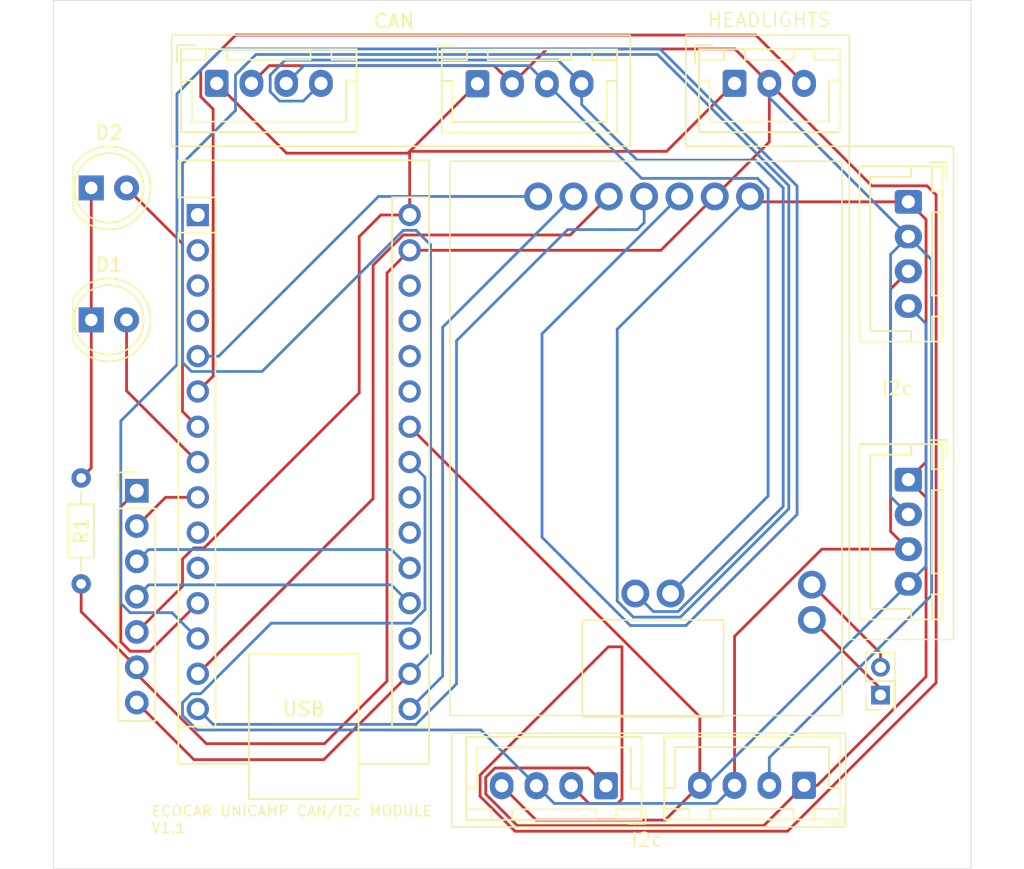
<source format=kicad_pcb>
(kicad_pcb (version 20241229) (generator "pcbnew") (generator_version "9.0")
  (layers (0 "F.Cu" signal) (2 "B.Cu" signal) (13 "F.Paste" user) (15 "B.Paste" user) (5 "F.SilkS" user "F.Silkscreen") (7 "B.SilkS" user "B.Silkscreen") (1 "F.Mask" user) (3 "B.Mask" user) (25 "Edge.Cuts" user))
  (net 0 "")
  (net 3 "GND")
  (net 6 "D6")
  (net 7 "Net-(A1-D11)")
  (net 8 "Net-(A1-D5)")
  (net 9 "Net-(A1-A4)")
  (net 11 "Net-(A1-D4)")
  (net 12 "Net-(A1-D13)")
  (net 16 "D9")
  (net 17 "A1")
  (net 19 "12V")
  (net 22 "Net-(A1-D3)")
  (net 23 "Net-(A1-D10)")
  (net 24 "Net-(A1-D2)")
  (net 26 "3.3V")
  (net 28 "Net-(A1-D12)")
  (net 29 "A0")
  (net 30 "Net-(A1-A5)")
  (net 31 "Net-(D1-K)")
  (net 32 "Net-(J1-Pin_3)")
  (net 33 "Net-(J1-Pin_4)")
  (net 34 "Net-(J8-Pin_1)")
  (net 35 "Net-(J8-Pin_2)")
  (footprint "Connector_PinHeader_2.54mm:PinHeader_1x07_P2.54mm_Vertical" (layer "F.Cu") (at 124 81.8)
    (property "Reference" "J9" (hide yes))
    (property "Value" "Conn_01x07")
    (fp_line (start -1.33 -1.33) (end 0 -1.33) (stroke (width 0.12)) (layer "F.SilkS"))
    (fp_line (start -1.33 0) (end -1.33 -1.33) (stroke (width 0.12)) (layer "F.SilkS"))
    (fp_line (start -1.33 1.27) (end -1.33 16.57) (stroke (width 0.12)) (layer "F.SilkS"))
    (fp_line (start -1.33 1.27) (end 1.33 1.27) (stroke (width 0.12)) (layer "F.SilkS"))
    (fp_line (start -1.33 16.57) (end 1.33 16.57) (stroke (width 0.12)) (layer "F.SilkS"))
    (fp_line (start 1.33 1.27) (end 1.33 16.57) (stroke (width 0.12)) (layer "F.SilkS"))
    (pad "1" thru_hole rect (at 0 0) (size 1.7 1.7) (drill 1) (layers "*.Cu" "*.Mask") (net 16 "D9"))
    (pad "2" thru_hole oval (at 0 2.54) (size 1.7 1.7) (drill 1) (layers "*.Cu" "*.Mask") (net 6 "D6"))
    (pad "3" thru_hole oval (at 0 5.08) (size 1.7 1.7) (drill 1) (layers "*.Cu" "*.Mask") (net 17 "A1"))
    (pad "4" thru_hole oval (at 0 7.62) (size 1.7 1.7) (drill 1) (layers "*.Cu" "*.Mask") (net 29 "A0"))
    (pad "5" thru_hole oval (at 0 10.16) (size 1.7 1.7) (drill 1) (layers "*.Cu" "*.Mask") (net 19 "12V"))
    (pad "6" thru_hole oval (at 0 12.7) (size 1.7 1.7) (drill 1) (layers "*.Cu" "*.Mask") (net 3 "GND"))
    (pad "7" thru_hole oval (at 0 15.24) (size 1.7 1.7) (drill 1) (layers "*.Cu" "*.Mask") (net 26 "3.3V"))
  )
  (footprint "Connector_JST:JST_XH_B3B-XH-A_1x03_P2.50mm_Vertical" (layer "F.Cu") (at 167 52.475)
    (property "Reference" "CAN" (at -24.5 -4.475 0) (layer "F.SilkS"))
    (property "Value" "FAROL")
    (fp_line (start -2.85 -2.75) (end -2.85 -1.5) (stroke (width 0.12)) (layer "F.SilkS"))
    (fp_line (start -2.56 -2.46) (end -2.56 3.51) (stroke (width 0.12)) (layer "F.SilkS"))
    (fp_line (start -2.56 3.51) (end 7.56 3.51) (stroke (width 0.12)) (layer "F.SilkS"))
    (fp_line (start -2.55 -2.45) (end -2.55 -1.7) (stroke (width 0.12)) (layer "F.SilkS"))
    (fp_line (start -2.55 -1.7) (end -0.75 -1.7) (stroke (width 0.12)) (layer "F.SilkS"))
    (fp_line (start -2.55 -0.2) (end -1.8 -0.2) (stroke (width 0.12)) (layer "F.SilkS"))
    (fp_line (start -1.8 -0.2) (end -1.8 2.75) (stroke (width 0.12)) (layer "F.SilkS"))
    (fp_line (start -1.8 2.75) (end 2.5 2.75) (stroke (width 0.12)) (layer "F.SilkS"))
    (fp_line (start -1.6 -2.75) (end -2.85 -2.75) (stroke (width 0.12)) (layer "F.SilkS"))
    (fp_line (start -0.75 -2.45) (end -2.55 -2.45) (stroke (width 0.12)) (layer "F.SilkS"))
    (fp_line (start -0.75 -1.7) (end -0.75 -2.45) (stroke (width 0.12)) (layer "F.SilkS"))
    (fp_line (start 0.75 -2.45) (end 0.75 -1.7) (stroke (width 0.12)) (layer "F.SilkS"))
    (fp_line (start 0.75 -1.7) (end 4.25 -1.7) (stroke (width 0.12)) (layer "F.SilkS"))
    (fp_line (start 4.25 -2.45) (end 0.75 -2.45) (stroke (width 0.12)) (layer "F.SilkS"))
    (fp_line (start 4.25 -1.7) (end 4.25 -2.45) (stroke (width 0.12)) (layer "F.SilkS"))
    (fp_line (start 5.75 -2.45) (end 5.75 -1.7) (stroke (width 0.12)) (layer "F.SilkS"))
    (fp_line (start 5.75 -1.7) (end 7.55 -1.7) (stroke (width 0.12)) (layer "F.SilkS"))
    (fp_line (start 6.8 -0.2) (end 6.8 2.75) (stroke (width 0.12)) (layer "F.SilkS"))
    (fp_line (start 6.8 2.75) (end 2.5 2.75) (stroke (width 0.12)) (layer "F.SilkS"))
    (fp_line (start 7.55 -2.45) (end 5.75 -2.45) (stroke (width 0.12)) (layer "F.SilkS"))
    (fp_line (start 7.55 -1.7) (end 7.55 -2.45) (stroke (width 0.12)) (layer "F.SilkS"))
    (fp_line (start 7.55 -0.2) (end 6.8 -0.2) (stroke (width 0.12)) (layer "F.SilkS"))
    (fp_line (start 7.56 -2.46) (end -2.56 -2.46) (stroke (width 0.12)) (layer "F.SilkS"))
    (fp_line (start 7.56 3.51) (end 7.56 -2.46) (stroke (width 0.12)) (layer "F.SilkS"))
    (pad "1" thru_hole roundrect (at 0 0) (size 1.7 1.95) (drill 0.95) (layers "*.Cu" "*.Mask") (roundrect_rratio 0.147059) (net 19 "12V"))
    (pad "2" thru_hole oval (at 2.5 0) (size 1.7 1.95) (drill 0.95) (layers "*.Cu" "*.Mask") (net 3 "GND"))
    (pad "3" thru_hole oval (at 5 0) (size 1.7 1.95) (drill 0.95) (layers "*.Cu" "*.Mask") (net 22 "Net-(A1-D3)"))
  )
  (footprint "Connector_JST:JST_XH_B4B-XH-A_1x04_P2.50mm_Vertical" (layer "F.Cu") (at 129.75 52.475)
    (property "Reference" "J1" (hide yes))
    (property "Value" "CAN1")
    (fp_line (start -2.85 -2.75) (end -2.85 -1.5) (stroke (width 0.12)) (layer "F.SilkS"))
    (fp_line (start -2.56 -2.46) (end -2.56 3.51) (stroke (width 0.12)) (layer "F.SilkS"))
    (fp_line (start -2.56 3.51) (end 10.06 3.51) (stroke (width 0.12)) (layer "F.SilkS"))
    (fp_line (start -2.55 -2.45) (end -2.55 -1.7) (stroke (width 0.12)) (layer "F.SilkS"))
    (fp_line (start -2.55 -1.7) (end -0.75 -1.7) (stroke (width 0.12)) (layer "F.SilkS"))
    (fp_line (start -2.55 -0.2) (end -1.8 -0.2) (stroke (width 0.12)) (layer "F.SilkS"))
    (fp_line (start -1.8 -0.2) (end -1.8 2.75) (stroke (width 0.12)) (layer "F.SilkS"))
    (fp_line (start -1.8 2.75) (end 3.75 2.75) (stroke (width 0.12)) (layer "F.SilkS"))
    (fp_line (start -1.6 -2.75) (end -2.85 -2.75) (stroke (width 0.12)) (layer "F.SilkS"))
    (fp_line (start -0.75 -2.45) (end -2.55 -2.45) (stroke (width 0.12)) (layer "F.SilkS"))
    (fp_line (start -0.75 -1.7) (end -0.75 -2.45) (stroke (width 0.12)) (layer "F.SilkS"))
    (fp_line (start 0.75 -2.45) (end 0.75 -1.7) (stroke (width 0.12)) (layer "F.SilkS"))
    (fp_line (start 0.75 -1.7) (end 6.75 -1.7) (stroke (width 0.12)) (layer "F.SilkS"))
    (fp_line (start 6.75 -2.45) (end 0.75 -2.45) (stroke (width 0.12)) (layer "F.SilkS"))
    (fp_line (start 6.75 -1.7) (end 6.75 -2.45) (stroke (width 0.12)) (layer "F.SilkS"))
    (fp_line (start 8.25 -2.45) (end 8.25 -1.7) (stroke (width 0.12)) (layer "F.SilkS"))
    (fp_line (start 8.25 -1.7) (end 10.05 -1.7) (stroke (width 0.12)) (layer "F.SilkS"))
    (fp_line (start 9.3 -0.2) (end 9.3 2.75) (stroke (width 0.12)) (layer "F.SilkS"))
    (fp_line (start 9.3 2.75) (end 3.75 2.75) (stroke (width 0.12)) (layer "F.SilkS"))
    (fp_line (start 10.05 -2.45) (end 8.25 -2.45) (stroke (width 0.12)) (layer "F.SilkS"))
    (fp_line (start 10.05 -1.7) (end 10.05 -2.45) (stroke (width 0.12)) (layer "F.SilkS"))
    (fp_line (start 10.05 -0.2) (end 9.3 -0.2) (stroke (width 0.12)) (layer "F.SilkS"))
    (fp_line (start 10.06 -2.46) (end -2.56 -2.46) (stroke (width 0.12)) (layer "F.SilkS"))
    (fp_line (start 10.06 3.51) (end 10.06 -2.46) (stroke (width 0.12)) (layer "F.SilkS"))
    (pad "1" thru_hole roundrect (at 0 0) (size 1.7 1.95) (drill 0.95) (layers "*.Cu" "*.Mask") (roundrect_rratio 0.147059) (net 19 "12V"))
    (pad "2" thru_hole oval (at 2.5 0) (size 1.7 1.95) (drill 0.95) (layers "*.Cu" "*.Mask") (net 3 "GND"))
    (pad "3" thru_hole oval (at 5 0) (size 1.7 1.95) (drill 0.95) (layers "*.Cu" "*.Mask") (net 32 "Net-(J1-Pin_3)"))
    (pad "4" thru_hole oval (at 7.5 0) (size 1.7 1.95) (drill 0.95) (layers "*.Cu" "*.Mask") (net 33 "Net-(J1-Pin_4)"))
  )
  (footprint "LED_THT:LED_D5.0mm" (layer "F.Cu") (at 120.725 60)
    (property "Reference" "D2" (at 1.27 -3.96 0) (layer "F.SilkS"))
    (property "Value" "LED")
    (fp_line (start -1.29 -1.545) (end -1.29 1.545) (stroke (width 0.12)) (layer "F.SilkS"))
    (fp_arc (start -1.29 -1.54483) (mid 2.071756 -2.880501) (end 4.26 -0.000048) (stroke (width 0.12)) (layer "F.SilkS"))
    (fp_arc (start 4.26 0.000048) (mid 2.071756 2.880501) (end -1.29 1.54483) (stroke (width 0.12)) (layer "F.SilkS"))
    (fp_circle (center 1.27 0) (end 3.77 0) (stroke (width 0.12)) (fill no) (layer "F.SilkS"))
    (pad "1" thru_hole rect (at 0 0) (size 1.8 1.8) (drill 0.9) (layers "*.Cu" "*.Mask") (net 31 "Net-(D1-K)"))
    (pad "2" thru_hole circle (at 2.54 0) (size 1.8 1.8) (drill 0.9) (layers "*.Cu" "*.Mask") (net 11 "Net-(A1-D4)"))
  )
  (footprint "LibraryMCP2515:MCP2515" (layer "F.Cu") (at 146.525 58.075)
    (property "Reference" "M1" (hide yes))
    (property "Value" "~")
    (fp_rect (start 0 0) (end 28.2 39.9) (stroke (width 0.1)) (fill no) (layer "F.SilkS"))
    (fp_rect (start 9.525 33.02) (end 19.685 40.005) (stroke (width 0.1)) (fill no) (layer "F.SilkS"))
    (pad "1" thru_hole circle (at 6.35 2.54) (size 2 2) (drill 1.2) (layers "*.Cu" "*.Mask") (net 24 "Net-(A1-D2)"))
    (pad "2" thru_hole circle (at 8.89 2.54) (size 2 2) (drill 1.2) (layers "*.Cu" "*.Mask") (net 12 "Net-(A1-D13)"))
    (pad "3" thru_hole circle (at 11.43 2.54) (size 2 2) (drill 1.2) (layers "*.Cu" "*.Mask") (net 7 "Net-(A1-D11)"))
    (pad "4" thru_hole circle (at 13.97 2.54) (size 2 2) (drill 1.2) (layers "*.Cu" "*.Mask") (net 28 "Net-(A1-D12)"))
    (pad "5" thru_hole circle (at 16.51 2.54) (size 2 2) (drill 1.2) (layers "*.Cu" "*.Mask") (net 23 "Net-(A1-D10)"))
    (pad "6" thru_hole circle (at 19.05 2.54) (size 2 2) (drill 1.2) (layers "*.Cu" "*.Mask") (net 3 "GND"))
    (pad "7" thru_hole circle (at 21.59 2.54) (size 2 2) (drill 1.2) (layers "*.Cu" "*.Mask") (net 26 "3.3V"))
    (pad "8" thru_hole circle (at 13.335 31.115) (size 2 2) (drill 1.2) (layers "*.Cu" "*.Mask") (net 33 "Net-(J1-Pin_4)"))
    (pad "9" thru_hole circle (at 15.875 31.115) (size 2 2) (drill 1.2) (layers "*.Cu" "*.Mask") (net 32 "Net-(J1-Pin_3)"))
    (pad "10" thru_hole circle (at 26.035 30.48) (size 2 2) (drill 1.2) (layers "*.Cu" "*.Mask") (net 35 "Net-(J8-Pin_2)"))
    (pad "11" thru_hole circle (at 26.035 33.02) (size 2 2) (drill 1.2) (layers "*.Cu" "*.Mask") (net 34 "Net-(J8-Pin_1)"))
  )
  (footprint "LED_THT:LED_D5.0mm" (layer "F.Cu") (at 120.725 69.5)
    (property "Reference" "D1" (at 1.27 -3.96 0) (layer "F.SilkS"))
    (property "Value" "LED")
    (fp_line (start -1.29 -1.545) (end -1.29 1.545) (stroke (width 0.12)) (layer "F.SilkS"))
    (fp_arc (start -1.29 -1.54483) (mid 2.071756 -2.880501) (end 4.26 -0.000048) (stroke (width 0.12)) (layer "F.SilkS"))
    (fp_arc (start 4.26 0.000048) (mid 2.071756 2.880501) (end -1.29 1.54483) (stroke (width 0.12)) (layer "F.SilkS"))
    (fp_circle (center 1.27 0) (end 3.77 0) (stroke (width 0.12)) (fill no) (layer "F.SilkS"))
    (pad "1" thru_hole rect (at 0 0) (size 1.8 1.8) (drill 0.9) (layers "*.Cu" "*.Mask") (net 31 "Net-(D1-K)"))
    (pad "2" thru_hole circle (at 2.54 0) (size 1.8 1.8) (drill 0.9) (layers "*.Cu" "*.Mask") (net 8 "Net-(A1-D5)"))
  )
  (footprint "Resistor_THT:R_Axial_DIN0204_L3.6mm_D1.6mm_P7.62mm_Horizontal" (layer "F.Cu") (at 120 80.88 -90)
    (property "Reference" "R1" (at 3.81 0 90) (layer "F.SilkS"))
    (property "Value" "R")
    (fp_line (start 1.89 0.92) (end 5.73 0.92) (stroke (width 0.12)) (layer "F.SilkS"))
    (fp_line (start 5.73 0.92) (end 5.73 -0.92) (stroke (width 0.12)) (layer "F.SilkS"))
    (fp_line (start 0.94 0) (end 1.89 0) (stroke (width 0.12)) (layer "F.SilkS"))
    (fp_line (start 6.68 0) (end 5.73 0) (stroke (width 0.12)) (layer "F.SilkS"))
    (fp_line (start 1.89 -0.92) (end 1.89 0.92) (stroke (width 0.12)) (layer "F.SilkS"))
    (fp_line (start 5.73 -0.92) (end 1.89 -0.92) (stroke (width 0.12)) (layer "F.SilkS"))
    (pad "1" thru_hole circle (at 0 0 270) (size 1.4 1.4) (drill 0.7) (layers "*.Cu" "*.Mask") (net 31 "Net-(D1-K)"))
    (pad "2" thru_hole oval (at 7.62 0 270) (size 1.4 1.4) (drill 0.7) (layers "*.Cu" "*.Mask") (net 3 "GND"))
  )
  (footprint "MountingHole:MountingHole_3mm" (layer "F.Cu") (at 180.5 103)
    (property "Reference" "REF**" (hide yes))
    (property "Value" "MountingHole_3mm")
    (pad "" np_thru_hole circle (at 0 0) (size 3 3) (drill 3) (layers "*.Cu" "*.Mask"))
  )
  (footprint "MountingHole:MountingHole_3mm" (layer "F.Cu") (at 180.5 51)
    (property "Reference" "REF**" (hide yes))
    (property "Value" "MountingHole_3mm")
    (pad "" np_thru_hole circle (at 0 0) (size 3 3) (drill 3) (layers "*.Cu" "*.Mask"))
  )
  (footprint "Connector_JST:JST_XH_B4B-XH-A_1x04_P2.50mm_Vertical" (layer "F.Cu") (at 157.75 103.025 180)
    (property "Reference" "J6" (hide yes))
    (property "Value" "I2C4")
    (fp_line (start 10.06 3.51) (end 10.06 -2.46) (stroke (width 0.12)) (layer "F.SilkS"))
    (fp_line (start 10.06 -2.46) (end -2.56 -2.46) (stroke (width 0.12)) (layer "F.SilkS"))
    (fp_line (start 10.05 -0.2) (end 9.3 -0.2) (stroke (width 0.12)) (layer "F.SilkS"))
    (fp_line (start 10.05 -1.7) (end 10.05 -2.45) (stroke (width 0.12)) (layer "F.SilkS"))
    (fp_line (start 10.05 -2.45) (end 8.25 -2.45) (stroke (width 0.12)) (layer "F.SilkS"))
    (fp_line (start 9.3 2.75) (end 3.75 2.75) (stroke (width 0.12)) (layer "F.SilkS"))
    (fp_line (start 9.3 -0.2) (end 9.3 2.75) (stroke (width 0.12)) (layer "F.SilkS"))
    (fp_line (start 8.25 -1.7) (end 10.05 -1.7) (stroke (width 0.12)) (layer "F.SilkS"))
    (fp_line (start 8.25 -2.45) (end 8.25 -1.7) (stroke (width 0.12)) (layer "F.SilkS"))
    (fp_line (start 6.75 -1.7) (end 6.75 -2.45) (stroke (width 0.12)) (layer "F.SilkS"))
    (fp_line (start 6.75 -2.45) (end 0.75 -2.45) (stroke (width 0.12)) (layer "F.SilkS"))
    (fp_line (start 0.75 -1.7) (end 6.75 -1.7) (stroke (width 0.12)) (layer "F.SilkS"))
    (fp_line (start 0.75 -2.45) (end 0.75 -1.7) (stroke (width 0.12)) (layer "F.SilkS"))
    (fp_line (start -0.75 -1.7) (end -0.75 -2.45) (stroke (width 0.12)) (layer "F.SilkS"))
    (fp_line (start -0.75 -2.45) (end -2.55 -2.45) (stroke (width 0.12)) (layer "F.SilkS"))
    (fp_line (start -1.6 -2.75) (end -2.85 -2.75) (stroke (width 0.12)) (layer "F.SilkS"))
    (fp_line (start -1.8 2.75) (end 3.75 2.75) (stroke (width 0.12)) (layer "F.SilkS"))
    (fp_line (start -1.8 -0.2) (end -1.8 2.75) (stroke (width 0.12)) (layer "F.SilkS"))
    (fp_line (start -2.55 -0.2) (end -1.8 -0.2) (stroke (width 0.12)) (layer "F.SilkS"))
    (fp_line (start -2.55 -1.7) (end -0.75 -1.7) (stroke (width 0.12)) (layer "F.SilkS"))
    (fp_line (start -2.55 -2.45) (end -2.55 -1.7) (stroke (width 0.12)) (layer "F.SilkS"))
    (fp_line (start -2.56 3.51) (end 10.06 3.51) (stroke (width 0.12)) (layer "F.SilkS"))
    (fp_line (start -2.56 -2.46) (end -2.56 3.51) (stroke (width 0.12)) (layer "F.SilkS"))
    (fp_line (start -2.85 -2.75) (end -2.85 -1.5) (stroke (width 0.12)) (layer "F.SilkS"))
    (pad "1" thru_hole roundrect (at 0 0 180) (size 1.7 1.95) (drill 0.95) (layers "*.Cu" "*.Mask") (roundrect_rratio 0.147059) (net 26 "3.3V"))
    (pad "2" thru_hole oval (at 2.5 0 180) (size 1.7 1.95) (drill 0.95) (layers "*.Cu" "*.Mask") (net 3 "GND"))
    (pad "3" thru_hole oval (at 5 0 180) (size 1.7 1.95) (drill 0.95) (layers "*.Cu" "*.Mask") (net 9 "Net-(A1-A4)"))
    (pad "4" thru_hole oval (at 7.5 0 180) (size 1.7 1.95) (drill 0.95) (layers "*.Cu" "*.Mask") (net 30 "Net-(A1-A5)"))
  )
  (footprint "Connector_JST:JST_XH_B4B-XH-A_1x04_P2.50mm_Vertical" (layer "F.Cu") (at 172 103 180)
    (property "Reference" "J5" (hide yes))
    (property "Value" "I2C3")
    (fp_line (start 10.06 3.51) (end 10.06 -2.46) (stroke (width 0.12)) (layer "F.SilkS"))
    (fp_line (start 10.06 -2.46) (end -2.56 -2.46) (stroke (width 0.12)) (layer "F.SilkS"))
    (fp_line (start 10.05 -0.2) (end 9.3 -0.2) (stroke (width 0.12)) (layer "F.SilkS"))
    (fp_line (start 10.05 -1.7) (end 10.05 -2.45) (stroke (width 0.12)) (layer "F.SilkS"))
    (fp_line (start 10.05 -2.45) (end 8.25 -2.45) (stroke (width 0.12)) (layer "F.SilkS"))
    (fp_line (start 9.3 2.75) (end 3.75 2.75) (stroke (width 0.12)) (layer "F.SilkS"))
    (fp_line (start 9.3 -0.2) (end 9.3 2.75) (stroke (width 0.12)) (layer "F.SilkS"))
    (fp_line (start 8.25 -1.7) (end 10.05 -1.7) (stroke (width 0.12)) (layer "F.SilkS"))
    (fp_line (start 8.25 -2.45) (end 8.25 -1.7) (stroke (width 0.12)) (layer "F.SilkS"))
    (fp_line (start 6.75 -1.7) (end 6.75 -2.45) (stroke (width 0.12)) (layer "F.SilkS"))
    (fp_line (start 6.75 -2.45) (end 0.75 -2.45) (stroke (width 0.12)) (layer "F.SilkS"))
    (fp_line (start 0.75 -1.7) (end 6.75 -1.7) (stroke (width 0.12)) (layer "F.SilkS"))
    (fp_line (start 0.75 -2.45) (end 0.75 -1.7) (stroke (width 0.12)) (layer "F.SilkS"))
    (fp_line (start -0.75 -1.7) (end -0.75 -2.45) (stroke (width 0.12)) (layer "F.SilkS"))
    (fp_line (start -0.75 -2.45) (end -2.55 -2.45) (stroke (width 0.12)) (layer "F.SilkS"))
    (fp_line (start -1.6 -2.75) (end -2.85 -2.75) (stroke (width 0.12)) (layer "F.SilkS"))
    (fp_line (start -1.8 2.75) (end 3.75 2.75) (stroke (width 0.12)) (layer "F.SilkS"))
    (fp_line (start -1.8 -0.2) (end -1.8 2.75) (stroke (width 0.12)) (layer "F.SilkS"))
    (fp_line (start -2.55 -0.2) (end -1.8 -0.2) (stroke (width 0.12)) (layer "F.SilkS"))
    (fp_line (start -2.55 -1.7) (end -0.75 -1.7) (stroke (width 0.12)) (layer "F.SilkS"))
    (fp_line (start -2.55 -2.45) (end -2.55 -1.7) (stroke (width 0.12)) (layer "F.SilkS"))
    (fp_line (start -2.56 3.51) (end 10.06 3.51) (stroke (width 0.12)) (layer "F.SilkS"))
    (fp_line (start -2.56 -2.46) (end -2.56 3.51) (stroke (width 0.12)) (layer "F.SilkS"))
    (fp_line (start -2.85 -2.75) (end -2.85 -1.5) (stroke (width 0.12)) (layer "F.SilkS"))
    (pad "1" thru_hole roundrect (at 0 0 180) (size 1.7 1.95) (drill 0.95) (layers "*.Cu" "*.Mask") (roundrect_rratio 0.147059) (net 26 "3.3V"))
    (pad "2" thru_hole oval (at 2.5 0 180) (size 1.7 1.95) (drill 0.95) (layers "*.Cu" "*.Mask") (net 3 "GND"))
    (pad "3" thru_hole oval (at 5 0 180) (size 1.7 1.95) (drill 0.95) (layers "*.Cu" "*.Mask") (net 9 "Net-(A1-A4)"))
    (pad "4" thru_hole oval (at 7.5 0 180) (size 1.7 1.95) (drill 0.95) (layers "*.Cu" "*.Mask") (net 30 "Net-(A1-A5)"))
  )
  (footprint "Connector_JST:JST_XH_B4B-XH-A_1x04_P2.50mm_Vertical" (layer "F.Cu") (at 179.5 61 -90)
    (property "Reference" "J3" (hide yes))
    (property "Value" "I2C1")
    (fp_line (start -2.56 3.51) (end 10.06 3.51) (stroke (width 0.12)) (layer "F.SilkS"))
    (fp_line (start 10.06 3.51) (end 10.06 -2.46) (stroke (width 0.12)) (layer "F.SilkS"))
    (fp_line (start -1.8 2.75) (end 3.75 2.75) (stroke (width 0.12)) (layer "F.SilkS"))
    (fp_line (start 9.3 2.75) (end 3.75 2.75) (stroke (width 0.12)) (layer "F.SilkS"))
    (fp_line (start -2.55 -0.2) (end -1.8 -0.2) (stroke (width 0.12)) (layer "F.SilkS"))
    (fp_line (start -1.8 -0.2) (end -1.8 2.75) (stroke (width 0.12)) (layer "F.SilkS"))
    (fp_line (start 9.3 -0.2) (end 9.3 2.75) (stroke (width 0.12)) (layer "F.SilkS"))
    (fp_line (start 10.05 -0.2) (end 9.3 -0.2) (stroke (width 0.12)) (layer "F.SilkS"))
    (fp_line (start -2.55 -1.7) (end -0.75 -1.7) (stroke (width 0.12)) (layer "F.SilkS"))
    (fp_line (start -0.75 -1.7) (end -0.75 -2.45) (stroke (width 0.12)) (layer "F.SilkS"))
    (fp_line (start 0.75 -1.7) (end 6.75 -1.7) (stroke (width 0.12)) (layer "F.SilkS"))
    (fp_line (start 6.75 -1.7) (end 6.75 -2.45) (stroke (width 0.12)) (layer "F.SilkS"))
    (fp_line (start 8.25 -1.7) (end 10.05 -1.7) (stroke (width 0.12)) (layer "F.SilkS"))
    (fp_line (start 10.05 -1.7) (end 10.05 -2.45) (stroke (width 0.12)) (layer "F.SilkS"))
    (fp_line (start -2.55 -2.45) (end -2.55 -1.7) (stroke (width 0.12)) (layer "F.SilkS"))
    (fp_line (start -0.75 -2.45) (end -2.55 -2.45) (stroke (width 0.12)) (layer "F.SilkS"))
    (fp_line (start 0.75 -2.45) (end 0.75 -1.7) (stroke (width 0.12)) (layer "F.SilkS"))
    (fp_line (start 6.75 -2.45) (end 0.75 -2.45) (stroke (width 0.12)) (layer "F.SilkS"))
    (fp_line (start 8.25 -2.45) (end 8.25 -1.7) (stroke (width 0.12)) (layer "F.SilkS"))
    (fp_line (start 10.05 -2.45) (end 8.25 -2.45) (stroke (width 0.12)) (layer "F.SilkS"))
    (fp_line (start -2.56 -2.46) (end -2.56 3.51) (stroke (width 0.12)) (layer "F.SilkS"))
    (fp_line (start 10.06 -2.46) (end -2.56 -2.46) (stroke (width 0.12)) (layer "F.SilkS"))
    (fp_line (start -2.85 -2.75) (end -2.85 -1.5) (stroke (width 0.12)) (layer "F.SilkS"))
    (fp_line (start -1.6 -2.75) (end -2.85 -2.75) (stroke (width 0.12)) (layer "F.SilkS"))
    (pad "1" thru_hole roundrect (at 0 0 270) (size 1.7 1.95) (drill 0.95) (layers "*.Cu" "*.Mask") (roundrect_rratio 0.147059) (net 26 "3.3V"))
    (pad "2" thru_hole oval (at 2.5 0 270) (size 1.7 1.95) (drill 0.95) (layers "*.Cu" "*.Mask") (net 3 "GND"))
    (pad "3" thru_hole oval (at 5 0 270) (size 1.7 1.95) (drill 0.95) (layers "*.Cu" "*.Mask") (net 9 "Net-(A1-A4)"))
    (pad "4" thru_hole oval (at 7.5 0 270) (size 1.7 1.95) (drill 0.95) (layers "*.Cu" "*.Mask") (net 30 "Net-(A1-A5)"))
  )
  (footprint "MountingHole:MountingHole_3mm" (layer "F.Cu") (at 121.5 51)
    (property "Reference" "REF**" (hide yes))
    (property "Value" "MountingHole_3mm")
    (pad "" np_thru_hole circle (at 0 0) (size 3 3) (drill 3) (layers "*.Cu" "*.Mask"))
  )
  (footprint "MountingHole:MountingHole_3mm" (layer "F.Cu") (at 121.5 103)
    (property "Reference" "REF**" (hide yes))
    (property "Value" "MountingHole_3mm")
    (pad "" np_thru_hole circle (at 0 0) (size 3 3) (drill 3) (layers "*.Cu" "*.Mask"))
  )
  (footprint "Module:Arduino_Nano" (layer "F.Cu") (at 128.39 61.95)
    (property "Reference" "A1" (hide yes))
    (property "Value" "Arduino_Nano_v3.x")
    (fp_line (start -1.4 -3.94) (end -1.4 -1.27) (stroke (width 0.12)) (layer "F.SilkS"))
    (fp_line (start -1.4 1.27) (end -1.4 39.5) (stroke (width 0.12)) (layer "F.SilkS"))
    (fp_line (start -1.4 39.5) (end 3.68 39.5) (stroke (width 0.12)) (layer "F.SilkS"))
    (fp_line (start 1.27 -1.27) (end -1.4 -1.27) (stroke (width 0.12)) (layer "F.SilkS"))
    (fp_line (start 1.27 1.27) (end -1.4 1.27) (stroke (width 0.12)) (layer "F.SilkS"))
    (fp_line (start 1.27 1.27) (end 1.27 -1.27) (stroke (width 0.12)) (layer "F.SilkS"))
    (fp_line (start 1.27 1.27) (end 1.27 36.83) (stroke (width 0.12)) (layer "F.SilkS"))
    (fp_line (start 1.27 36.83) (end -1.4 36.83) (stroke (width 0.12)) (layer "F.SilkS"))
    (fp_line (start 3.68 31.62) (end 11.56 31.62) (stroke (width 0.12)) (layer "F.SilkS"))
    (fp_line (start 3.68 42.04) (end 3.68 31.62) (stroke (width 0.12)) (layer "F.SilkS"))
    (fp_line (start 11.56 31.62) (end 11.56 42.04) (stroke (width 0.12)) (layer "F.SilkS"))
    (fp_line (start 11.56 42.04) (end 3.68 42.04) (stroke (width 0.12)) (layer "F.SilkS"))
    (fp_line (start 13.97 -1.27) (end 13.97 36.83) (stroke (width 0.12)) (layer "F.SilkS"))
    (fp_line (start 13.97 -1.27) (end 16.64 -1.27) (stroke (width 0.12)) (layer "F.SilkS"))
    (fp_line (start 13.97 36.83) (end 16.64 36.83) (stroke (width 0.12)) (layer "F.SilkS"))
    (fp_line (start 16.64 -3.94) (end -1.4 -3.94) (stroke (width 0.12)) (layer "F.SilkS"))
    (fp_line (start 16.64 39.5) (end 11.56 39.5) (stroke (width 0.12)) (layer "F.SilkS"))
    (fp_line (start 16.64 39.5) (end 16.64 -3.94) (stroke (width 0.12)) (layer "F.SilkS"))
    (fp_text user "USB" (at 7.62 35.56 0) (layer "F.SilkS"))
    (pad "1" thru_hole rect (at 0 0) (size 1.6 1.6) (drill 1) (layers "*.Cu" "*.Mask"))
    (pad "2" thru_hole oval (at 0 2.54) (size 1.6 1.6) (drill 1) (layers "*.Cu" "*.Mask"))
    (pad "3" thru_hole oval (at 0 5.08) (size 1.6 1.6) (drill 1) (layers "*.Cu" "*.Mask"))
    (pad "4" thru_hole oval (at 0 7.62) (size 1.6 1.6) (drill 1) (layers "*.Cu" "*.Mask"))
    (pad "5" thru_hole oval (at 0 10.16) (size 1.6 1.6) (drill 1) (layers "*.Cu" "*.Mask") (net 24 "Net-(A1-D2)"))
    (pad "6" thru_hole oval (at 0 12.7) (size 1.6 1.6) (drill 1) (layers "*.Cu" "*.Mask") (net 22 "Net-(A1-D3)"))
    (pad "7" thru_hole oval (at 0 15.24) (size 1.6 1.6) (drill 1) (layers "*.Cu" "*.Mask") (net 11 "Net-(A1-D4)"))
    (pad "8" thru_hole oval (at 0 17.78) (size 1.6 1.6) (drill 1) (layers "*.Cu" "*.Mask") (net 8 "Net-(A1-D5)"))
    (pad "9" thru_hole oval (at 0 20.32) (size 1.6 1.6) (drill 1) (layers "*.Cu" "*.Mask") (net 6 "D6"))
    (pad "10" thru_hole oval (at 0 22.86) (size 1.6 1.6) (drill 1) (layers "*.Cu" "*.Mask"))
    (pad "11" thru_hole oval (at 0 25.4) (size 1.6 1.6) (drill 1) (layers "*.Cu" "*.Mask"))
    (pad "12" thru_hole oval (at 0 27.94) (size 1.6 1.6) (drill 1) (layers "*.Cu" "*.Mask") (net 16 "D9"))
    (pad "13" thru_hole oval (at 0 30.48) (size 1.6 1.6) (drill 1) (layers "*.Cu" "*.Mask") (net 23 "Net-(A1-D10)"))
    (pad "14" thru_hole oval (at 0 33.02) (size 1.6 1.6) (drill 1) (layers "*.Cu" "*.Mask") (net 7 "Net-(A1-D11)"))
    (pad "15" thru_hole oval (at 0 35.56) (size 1.6 1.6) (drill 1) (layers "*.Cu" "*.Mask") (net 28 "Net-(A1-D12)"))
    (pad "16" thru_hole oval (at 15.24 35.56) (size 1.6 1.6) (drill 1) (layers "*.Cu" "*.Mask") (net 12 "Net-(A1-D13)"))
    (pad "17" thru_hole oval (at 15.24 33.02) (size 1.6 1.6) (drill 1) (layers "*.Cu" "*.Mask") (net 26 "3.3V"))
    (pad "18" thru_hole oval (at 15.24 30.48) (size 1.6 1.6) (drill 1) (layers "*.Cu" "*.Mask"))
    (pad "19" thru_hole oval (at 15.24 27.94) (size 1.6 1.6) (drill 1) (layers "*.Cu" "*.Mask") (net 29 "A0"))
    (pad "20" thru_hole oval (at 15.24 25.4) (size 1.6 1.6) (drill 1) (layers "*.Cu" "*.Mask") (net 17 "A1"))
    (pad "21" thru_hole oval (at 15.24 22.86) (size 1.6 1.6) (drill 1) (layers "*.Cu" "*.Mask"))
    (pad "22" thru_hole oval (at 15.24 20.32) (size 1.6 1.6) (drill 1) (layers "*.Cu" "*.Mask"))
    (pad "23" thru_hole oval (at 15.24 17.78) (size 1.6 1.6) (drill 1) (layers "*.Cu" "*.Mask") (net 9 "Net-(A1-A4)"))
    (pad "24" thru_hole oval (at 15.24 15.24) (size 1.6 1.6) (drill 1) (layers "*.Cu" "*.Mask") (net 30 "Net-(A1-A5)"))
    (pad "25" thru_hole oval (at 15.24 12.7) (size 1.6 1.6) (drill 1) (layers "*.Cu" "*.Mask"))
    (pad "26" thru_hole oval (at 15.24 10.16) (size 1.6 1.6) (drill 1) (layers "*.Cu" "*.Mask"))
    (pad "27" thru_hole oval (at 15.24 7.62) (size 1.6 1.6) (drill 1) (layers "*.Cu" "*.Mask"))
    (pad "28" thru_hole oval (at 15.24 5.08) (size 1.6 1.6) (drill 1) (layers "*.Cu" "*.Mask"))
    (pad "29" thru_hole oval (at 15.24 2.54) (size 1.6 1.6) (drill 1) (layers "*.Cu" "*.Mask") (net 3 "GND"))
    (pad "30" thru_hole oval (at 15.24 0) (size 1.6 1.6) (drill 1) (layers "*.Cu" "*.Mask") (net 19 "12V"))
  )
  (footprint "Connector_JST:JST_XH_B4B-XH-A_1x04_P2.50mm_Vertical" (layer "F.Cu") (at 179.5 81 -90)
    (property "Reference" "J4" (hide yes))
    (property "Value" "I2C2")
    (fp_line (start -2.56 3.51) (end 10.06 3.51) (stroke (width 0.12)) (layer "F.SilkS"))
    (fp_line (start 10.06 3.51) (end 10.06 -2.46) (stroke (width 0.12)) (layer "F.SilkS"))
    (fp_line (start -1.8 2.75) (end 3.75 2.75) (stroke (width 0.12)) (layer "F.SilkS"))
    (fp_line (start 9.3 2.75) (end 3.75 2.75) (stroke (width 0.12)) (layer "F.SilkS"))
    (fp_line (start -2.55 -0.2) (end -1.8 -0.2) (stroke (width 0.12)) (layer "F.SilkS"))
    (fp_line (start -1.8 -0.2) (end -1.8 2.75) (stroke (width 0.12)) (layer "F.SilkS"))
    (fp_line (start 9.3 -0.2) (end 9.3 2.75) (stroke (width 0.12)) (layer "F.SilkS"))
    (fp_line (start 10.05 -0.2) (end 9.3 -0.2) (stroke (width 0.12)) (layer "F.SilkS"))
    (fp_line (start -2.55 -1.7) (end -0.75 -1.7) (stroke (width 0.12)) (layer "F.SilkS"))
    (fp_line (start -0.75 -1.7) (end -0.75 -2.45) (stroke (width 0.12)) (layer "F.SilkS"))
    (fp_line (start 0.75 -1.7) (end 6.75 -1.7) (stroke (width 0.12)) (layer "F.SilkS"))
    (fp_line (start 6.75 -1.7) (end 6.75 -2.45) (stroke (width 0.12)) (layer "F.SilkS"))
    (fp_line (start 8.25 -1.7) (end 10.05 -1.7) (stroke (width 0.12)) (layer "F.SilkS"))
    (fp_line (start 10.05 -1.7) (end 10.05 -2.45) (stroke (width 0.12)) (layer "F.SilkS"))
    (fp_line (start -2.55 -2.45) (end -2.55 -1.7) (stroke (width 0.12)) (layer "F.SilkS"))
    (fp_line (start -0.75 -2.45) (end -2.55 -2.45) (stroke (width 0.12)) (layer "F.SilkS"))
    (fp_line (start 0.75 -2.45) (end 0.75 -1.7) (stroke (width 0.12)) (layer "F.SilkS"))
    (fp_line (start 6.75 -2.45) (end 0.75 -2.45) (stroke (width 0.12)) (layer "F.SilkS"))
    (fp_line (start 8.25 -2.45) (end 8.25 -1.7) (stroke (width 0.12)) (layer "F.SilkS"))
    (fp_line (start 10.05 -2.45) (end 8.25 -2.45) (stroke (width 0.12)) (layer "F.SilkS"))
    (fp_line (start -2.56 -2.46) (end -2.56 3.51) (stroke (width 0.12)) (layer "F.SilkS"))
    (fp_line (start 10.06 -2.46) (end -2.56 -2.46) (stroke (width 0.12)) (layer "F.SilkS"))
    (fp_line (start -2.85 -2.75) (end -2.85 -1.5) (stroke (width 0.12)) (layer "F.SilkS"))
    (fp_line (start -1.6 -2.75) (end -2.85 -2.75) (stroke (width 0.12)) (layer "F.SilkS"))
    (pad "1" thru_hole roundrect (at 0 0 270) (size 1.7 1.95) (drill 0.95) (layers "*.Cu" "*.Mask") (roundrect_rratio 0.147059) (net 26 "3.3V"))
    (pad "2" thru_hole oval (at 2.5 0 270) (size 1.7 1.95) (drill 0.95) (layers "*.Cu" "*.Mask") (net 3 "GND"))
    (pad "3" thru_hole oval (at 5 0 270) (size 1.7 1.95) (drill 0.95) (layers "*.Cu" "*.Mask") (net 9 "Net-(A1-A4)"))
    (pad "4" thru_hole oval (at 7.5 0 270) (size 1.7 1.95) (drill 0.95) (layers "*.Cu" "*.Mask") (net 30 "Net-(A1-A5)"))
  )
  (footprint "Connector_JST:JST_XH_B4B-XH-A_1x04_P2.50mm_Vertical" (layer "F.Cu") (at 148.5 52.5)
    (property "Reference" "J2" (hide yes))
    (property "Value" "CAN2")
    (fp_line (start -2.85 -2.75) (end -2.85 -1.5) (stroke (width 0.12)) (layer "F.SilkS"))
    (fp_line (start -2.56 -2.46) (end -2.56 3.51) (stroke (width 0.12)) (layer "F.SilkS"))
    (fp_line (start -2.56 3.51) (end 10.06 3.51) (stroke (width 0.12)) (layer "F.SilkS"))
    (fp_line (start -2.55 -2.45) (end -2.55 -1.7) (stroke (width 0.12)) (layer "F.SilkS"))
    (fp_line (start -2.55 -1.7) (end -0.75 -1.7) (stroke (width 0.12)) (layer "F.SilkS"))
    (fp_line (start -2.55 -0.2) (end -1.8 -0.2) (stroke (width 0.12)) (layer "F.SilkS"))
    (fp_line (start -1.8 -0.2) (end -1.8 2.75) (stroke (width 0.12)) (layer "F.SilkS"))
    (fp_line (start -1.8 2.75) (end 3.75 2.75) (stroke (width 0.12)) (layer "F.SilkS"))
    (fp_line (start -1.6 -2.75) (end -2.85 -2.75) (stroke (width 0.12)) (layer "F.SilkS"))
    (fp_line (start -0.75 -2.45) (end -2.55 -2.45) (stroke (width 0.12)) (layer "F.SilkS"))
    (fp_line (start -0.75 -1.7) (end -0.75 -2.45) (stroke (width 0.12)) (layer "F.SilkS"))
    (fp_line (start 0.75 -2.45) (end 0.75 -1.7) (stroke (width 0.12)) (layer "F.SilkS"))
    (fp_line (start 0.75 -1.7) (end 6.75 -1.7) (stroke (width 0.12)) (layer "F.SilkS"))
    (fp_line (start 6.75 -2.45) (end 0.75 -2.45) (stroke (width 0.12)) (layer "F.SilkS"))
    (fp_line (start 6.75 -1.7) (end 6.75 -2.45) (stroke (width 0.12)) (layer "F.SilkS"))
    (fp_line (start 8.25 -2.45) (end 8.25 -1.7) (stroke (width 0.12)) (layer "F.SilkS"))
    (fp_line (start 8.25 -1.7) (end 10.05 -1.7) (stroke (width 0.12)) (layer "F.SilkS"))
    (fp_line (start 9.3 -0.2) (end 9.3 2.75) (stroke (width 0.12)) (layer "F.SilkS"))
    (fp_line (start 9.3 2.75) (end 3.75 2.75) (stroke (width 0.12)) (layer "F.SilkS"))
    (fp_line (start 10.05 -2.45) (end 8.25 -2.45) (stroke (width 0.12)) (layer "F.SilkS"))
    (fp_line (start 10.05 -1.7) (end 10.05 -2.45) (stroke (width 0.12)) (layer "F.SilkS"))
    (fp_line (start 10.05 -0.2) (end 9.3 -0.2) (stroke (width 0.12)) (layer "F.SilkS"))
    (fp_line (start 10.06 -2.46) (end -2.56 -2.46) (stroke (width 0.12)) (layer "F.SilkS"))
    (fp_line (start 10.06 3.51) (end 10.06 -2.46) (stroke (width 0.12)) (layer "F.SilkS"))
    (pad "1" thru_hole roundrect (at 0 0) (size 1.7 1.95) (drill 0.95) (layers "*.Cu" "*.Mask") (roundrect_rratio 0.147059) (net 19 "12V"))
    (pad "2" thru_hole oval (at 2.5 0) (size 1.7 1.95) (drill 0.95) (layers "*.Cu" "*.Mask") (net 3 "GND"))
    (pad "3" thru_hole oval (at 5 0) (size 1.7 1.95) (drill 0.95) (layers "*.Cu" "*.Mask") (net 32 "Net-(J1-Pin_3)"))
    (pad "4" thru_hole oval (at 7.5 0) (size 1.7 1.95) (drill 0.95) (layers "*.Cu" "*.Mask") (net 33 "Net-(J1-Pin_4)"))
  )
  (footprint "Connector_PinHeader_2.00mm:PinHeader_2x01_P2.00mm_Vertical" (layer "F.Cu") (at 177.5 96.5 90)
    (property "Reference" "J8" (hide yes))
    (property "Value" "Resistor CAN")
    (fp_line (start 3.06 -1.06) (end 3.06 1.06) (stroke (width 0.12)) (layer "F.SilkS"))
    (fp_line (start 1 -1.06) (end 3.06 -1.06) (stroke (width 0.12)) (layer "F.SilkS"))
    (fp_line (start -1.06 -1.06) (end 0 -1.06) (stroke (width 0.12)) (layer "F.SilkS"))
    (fp_line (start -1.06 0) (end -1.06 -1.06) (stroke (width 0.12)) (layer "F.SilkS"))
    (fp_line (start 1 1) (end 1 -1.06) (stroke (width 0.12)) (layer "F.SilkS"))
    (fp_line (start -1.06 1) (end 1 1) (stroke (width 0.12)) (layer "F.SilkS"))
    (fp_line (start -1.06 1) (end -1.06 1.06) (stroke (width 0.12)) (layer "F.SilkS"))
    (fp_line (start -1.06 1.06) (end 3.06 1.06) (stroke (width 0.12)) (layer "F.SilkS"))
    (pad "1" thru_hole rect (at 0 0 90) (size 1.35 1.35) (drill 0.8) (layers "*.Cu" "*.Mask") (net 34 "Net-(J8-Pin_1)"))
    (pad "2" thru_hole oval (at 2 0 90) (size 1.35 1.35) (drill 0.8) (layers "*.Cu" "*.Mask") (net 35 "Net-(J8-Pin_2)"))
  )
  (gr_rect (start 175.25 57) (end 182.75 92.5) (stroke (width 0.1)) (fill no) (layer "F.SilkS"))
  (gr_rect (start 146.65 99.25) (end 175 106) (stroke (width 0.1)) (fill no) (layer "F.SilkS"))
  (gr_rect (start 163.5 49) (end 175.25 57) (stroke (width 0.1)) (fill no) (layer "F.SilkS"))
  (gr_rect (start 126.5 49) (end 159.5 57) (stroke (width 0.1)) (fill no) (layer "F.SilkS"))
  (gr_rect (start 118 46.5) (end 184 109) (stroke (width 0.05)) (fill no) (layer "Edge.Cuts"))
  (gr_text "I2c" (at 159.5 107.5 0) (layer "F.SilkS") (effects (font (size 1 1) (thickness 0.1)) (justify left bottom)))
  (gr_text "ECOCAR UNICAMP CAN/I2c MODULE\nV1.1" (at 125 106.5 0) (layer "F.SilkS") (effects (font (size 0.75 0.75) (thickness 0.1)) (justify left bottom)))
  (gr_text "HEADLIGHTS\n" (at 165 48.5 0) (layer "F.SilkS") (effects (font (size 1 1) (thickness 0.1)) (justify left bottom)))
  (gr_text "I2c" (at 177.5 75 0) (layer "F.SilkS") (effects (font (size 1 1) (thickness 0.1)) (justify left bottom)))
  (segment (start 124 95) (end 129 100) (width 0.2) (layer "F.Cu") (net 3))
  (segment (start 142 66.12) (end 143.63 64.49) (width 0.2) (layer "F.Cu") (net 3))
  (segment (start 170.80916 106.302) (end 181.5 95.61116) (width 0.2) (layer "F.Cu") (net 3))
  (segment (start 143.63 64.49) (end 161.7 64.49) (width 0.2) (layer "F.Cu") (net 3))
  (segment (start 181.5 60.5) (end 180.849 59.849) (width 0.2) (layer "F.Cu") (net 3))
  (segment (start 180.849 59.849) (end 176.874 59.849) (width 0.2) (layer "F.Cu") (net 3))
  (segment (start 169.5 52.475) (end 167.025 50) (width 0.2) (layer "F.Cu") (net 3))
  (segment (start 158.901 93.0281) (end 157.92704 93.0281) (width 0.2) (layer "F.Cu") (net 3))
  (segment (start 158.901 103.98516) (end 158.901 93.0281) (width 0.2) (layer "F.Cu") (net 3))
  (segment (start 153.5 50) (end 151 52.5) (width 0.2) (layer "F.Cu") (net 3))
  (segment (start 151 52.5) (end 149.699 51.199) (width 0.2) (layer "F.Cu") (net 3))
  (segment (start 176.874 59.849) (end 169.5 52.475) (width 0.2) (layer "F.Cu") (net 3))
  (segment (start 133.526 51.199) (end 132.25 52.475) (width 0.2) (layer "F.Cu") (net 3))
  (segment (start 148.698 102.25714) (end 148.698 103.79286) (width 0.2) (layer "F.Cu") (net 3))
  (segment (start 165.575 60.615) (end 169.5 56.69) (width 0.2) (layer "F.Cu") (net 3))
  (segment (start 149.699 51.199) (end 133.526 51.199) (width 0.2) (layer "F.Cu") (net 3))
  (segment (start 137.5 100) (end 142 95.5) (width 0.2) (layer "F.Cu") (net 3))
  (segment (start 155.25 103.025) (end 156.526 104.301) (width 0.2) (layer "F.Cu") (net 3))
  (segment (start 156.526 104.301) (end 158.58516 104.301) (width 0.2) (layer "F.Cu") (net 3))
  (segment (start 120 90.5) (end 120 88.5) (width 0.2) (layer "F.Cu") (net 3))
  (segment (start 148.698 103.79286) (end 151.20714 106.302) (width 0.2) (layer "F.Cu") (net 3))
  (segment (start 169.5 56.69) (end 169.5 52.475) (width 0.2) (layer "F.Cu") (net 3))
  (segment (start 157.92704 93.0281) (end 148.698 102.25714) (width 0.2) (layer "F.Cu") (net 3))
  (segment (start 124 94.5) (end 124 95) (width 0.2) (layer "F.Cu") (net 3))
  (segment (start 161.7 64.49) (end 165.575 60.615) (width 0.2) (layer "F.Cu") (net 3))
  (segment (start 151.20714 106.302) (end 170.80916 106.302) (width 0.2) (layer "F.Cu") (net 3))
  (segment (start 129 100) (end 137.5 100) (width 0.2) (layer "F.Cu") (net 3))
  (segment (start 158.58516 104.301) (end 158.901 103.98516) (width 0.2) (layer "F.Cu") (net 3))
  (segment (start 142 95.5) (end 142 66.12) (width 0.2) (layer "F.Cu") (net 3))
  (segment (start 181.5 95.61116) (end 181.5 60.5) (width 0.2) (layer "F.Cu") (net 3))
  (segment (start 124 94.5) (end 120 90.5) (width 0.2) (layer "F.Cu") (net 3))
  (segment (start 167.025 50) (end 153.5 50) (width 0.2) (layer "F.Cu") (net 3))
  (segment (start 124 95) (end 124 94.5) (width 0.2) (layer "B.Cu") (net 3))
  (segment (start 178.224 82.224) (end 179.5 83.5) (width 0.2) (layer "B.Cu") (net 3))
  (segment (start 181.177 65.177) (end 179.5 63.5) (width 0.2) (layer "B.Cu") (net 3))
  (segment (start 178.224 64.776) (end 178.224 82.224) (width 0.2) (layer "B.Cu") (net 3))
  (segment (start 179.5 63.5) (end 169.5 53.5) (width 0.2) (layer "B.Cu") (net 3))
  (segment (start 169.5 103) (end 169.5 101) (width 0.2) (layer "B.Cu") (net 3))
  (segment (start 179.5 63.5) (end 178.224 64.776) (width 0.2) (layer "B.Cu") (net 3))
  (segment (start 181.177 89.323) (end 181.177 65.177) (width 0.2) (layer "B.Cu") (net 3))
  (segment (start 169.5 101) (end 181.177 89.323) (width 0.2) (layer "B.Cu") (net 3))
  (segment (start 169.5 53.5) (end 169.5 52.475) (width 0.2) (layer "B.Cu") (net 3))
  (segment (start 126.07 82.27) (end 128.39 82.27) (width 0.2) (layer "F.Cu") (net 6))
  (segment (start 124 84.34) (end 126.07 82.27) (width 0.2) (layer "F.Cu") (net 6))
  (segment (start 143.17395 63.389) (end 155.181 63.389) (width 0.2) (layer "F.Cu") (net 7))
  (segment (start 155.181 63.389) (end 157.955 60.615) (width 0.2) (layer "F.Cu") (net 7))
  (segment (start 141 65.56295) (end 143.17395 63.389) (width 0.2) (layer "F.Cu") (net 7))
  (segment (start 141 82.36) (end 141 65.56295) (width 0.2) (layer "F.Cu") (net 7))
  (segment (start 128.39 94.97) (end 141 82.36) (width 0.2) (layer "F.Cu") (net 7))
  (segment (start 123.265 69.5) (end 123.265 74.605) (width 0.2) (layer "F.Cu") (net 8))
  (segment (start 123.265 74.605) (end 128.39 79.73) (width 0.2) (layer "F.Cu") (net 8))
  (segment (start 179.5 86) (end 178.224 84.724) (width 0.2) (layer "F.Cu") (net 9))
  (segment (start 167 103) (end 167 92.275108) (width 0.2) (layer "F.Cu") (net 9))
  (segment (start 173.275108 86) (end 179.5 86) (width 0.2) (layer "F.Cu") (net 9))
  (segment (start 167 92.275108) (end 173.275108 86) (width 0.2) (layer "F.Cu") (net 9))
  (segment (start 178.224 67.276) (end 179.5 66) (width 0.2) (layer "F.Cu") (net 9))
  (segment (start 178.224 84.724) (end 178.224 67.276) (width 0.2) (layer "F.Cu") (net 9))
  (segment (start 127.289 97.05395) (end 127.93395 96.409) (width 0.2) (layer "B.Cu") (net 9))
  (segment (start 127.289 97.96605) (end 127.289 97.05395) (width 0.2) (layer "B.Cu") (net 9))
  (segment (start 128.33495 99.012) (end 127.289 97.96605) (width 0.2) (layer "B.Cu") (net 9))
  (segment (start 144.731 90.34605) (end 144.731 80.831) (width 0.2) (layer "B.Cu") (net 9))
  (segment (start 128.591 96.409) (end 133.671 91.329) (width 0.2) (layer "B.Cu") (net 9))
  (segment (start 127.93395 96.409) (end 128.591 96.409) (width 0.2) (layer "B.Cu") (net 9))
  (segment (start 165.699 104.301) (end 167 103) (width 0.2) (layer "B.Cu") (net 9))
  (segment (start 144.731 80.831) (end 143.63 79.73) (width 0.2) (layer "B.Cu") (net 9))
  (segment (start 133.671 91.329) (end 143.74805 91.329) (width 0.2) (layer "B.Cu") (net 9))
  (segment (start 152.75 103.025) (end 154.026 104.301) (width 0.2) (layer "B.Cu") (net 9))
  (segment (start 148.737 99.012) (end 128.33495 99.012) (width 0.2) (layer "B.Cu") (net 9))
  (segment (start 152.75 103.025) (end 148.737 99.012) (width 0.2) (layer "B.Cu") (net 9))
  (segment (start 154.026 104.301) (end 165.699 104.301) (width 0.2) (layer "B.Cu") (net 9))
  (segment (start 143.74805 91.329) (end 144.731 90.34605) (width 0.2) (layer "B.Cu") (net 9))
  (segment (start 123.265 60) (end 127.289 64.024) (width 0.2) (layer "F.Cu") (net 11))
  (segment (start 127.289 64.024) (end 127.289 76.089) (width 0.2) (layer "F.Cu") (net 11))
  (segment (start 127.289 76.089) (end 128.39 77.19) (width 0.2) (layer "F.Cu") (net 11))
  (segment (start 146 95.14) (end 146 70.03) (width 0.2) (layer "B.Cu") (net 12))
  (segment (start 143.63 97.51) (end 146 95.14) (width 0.2) (layer "B.Cu") (net 12))
  (segment (start 146 70.03) (end 155.415 60.615) (width 0.2) (layer "B.Cu") (net 12))
  (segment (start 122.849 92.67476) (end 123.52324 93.349) (width 0.2) (layer "F.Cu") (net 16))
  (segment (start 124.931 93.349) (end 128.39 89.89) (width 0.2) (layer "F.Cu") (net 16))
  (segment (start 122.849 82.951) (end 122.849 92.67476) (width 0.2) (layer "F.Cu") (net 16))
  (segment (start 124 81.8) (end 122.849 82.951) (width 0.2) (layer "F.Cu") (net 16))
  (segment (start 123.52324 93.349) (end 124.931 93.349) (width 0.2) (layer "F.Cu") (net 16))
  (segment (start 124.85 86.03) (end 142.31 86.03) (width 0.2) (layer "B.Cu") (net 17))
  (segment (start 124 86.88) (end 124.85 86.03) (width 0.2) (layer "B.Cu") (net 17))
  (segment (start 142.31 86.03) (end 143.63 87.35) (width 0.2) (layer "B.Cu") (net 17))
  (segment (start 127.289 88.671) (end 127.289 86.711) (width 0.2) (layer "F.Cu") (net 19))
  (segment (start 134.775 57.5) (end 143.5 57.5) (width 0.2) (layer "F.Cu") (net 19))
  (segment (start 143.63 57.37) (end 148.5 52.5) (width 0.2) (layer "F.Cu") (net 19))
  (segment (start 141.55 61.95) (end 143.63 61.95) (width 0.2) (layer "F.Cu") (net 19))
  (segment (start 143.63 61.95) (end 143.63 57.37) (width 0.2) (layer "F.Cu") (net 19))
  (segment (start 129.75 52.475) (end 134.775 57.5) (width 0.2) (layer "F.Cu") (net 19))
  (segment (start 124 91.96) (end 127.289 88.671) (width 0.2) (layer "F.Cu") (net 19))
  (segment (start 140 63.5) (end 141.55 61.95) (width 0.2) (layer "F.Cu") (net 19))
  (segment (start 143.63 57.37) (end 162.105 57.37) (width 0.2) (layer "F.Cu") (net 19))
  (segment (start 140 74.75705) (end 140 63.5) (width 0.2) (layer "F.Cu") (net 19))
  (segment (start 143.5 57.5) (end 143.63 57.37) (width 0.2) (layer "F.Cu") (net 19))
  (segment (start 162.105 57.37) (end 167 52.475) (width 0.2) (layer "F.Cu") (net 19))
  (segment (start 127.289 86.711) (end 128.089 85.911) (width 0.2) (layer "F.Cu") (net 19))
  (segment (start 128.84605 85.911) (end 140 74.75705) (width 0.2) (layer "F.Cu") (net 19))
  (segment (start 128.089 85.911) (end 128.84605 85.911) (width 0.2) (layer "F.Cu") (net 19))
  (segment (start 128.599 53.43516) (end 128.599 51.51484) (width 0.2) (layer "F.Cu") (net 22))
  (segment (start 128.39 74.65) (end 129.491 73.549) (width 0.2) (layer "F.Cu") (net 22))
  (segment (start 168.525 49) (end 172 52.475) (width 0.2) (layer "F.Cu") (net 22))
  (segment (start 129.491 73.549) (end 129.491 54.32716) (width 0.2) (layer "F.Cu") (net 22))
  (segment (start 131.11384 49) (end 168.525 49) (width 0.2) (layer "F.Cu") (net 22))
  (segment (start 129.491 54.32716) (end 128.599 53.43516) (width 0.2) (layer "F.Cu") (net 22))
  (segment (start 128.599 51.51484) (end 131.11384 49) (width 0.2) (layer "F.Cu") (net 22))
  (segment (start 126.888 53.22584) (end 130.11784 49.996) (width 0.2) (layer "B.Cu") (net 23))
  (segment (start 122.849 76.77115) (end 126.888 72.73215) (width 0.2) (layer "B.Cu") (net 23))
  (segment (start 126.888 72.73215) (end 126.888 53.22584) (width 0.2) (layer "B.Cu") (net 23))
  (segment (start 130.11784 49.996) (end 161.6302 49.996) (width 0.2) (layer "B.Cu") (net 23))
  (segment (start 122.849 89.89676) (end 122.849 76.77115) (width 0.2) (layer "B.Cu") (net 23))
  (segment (start 163.5 91.5) (end 159.5 91.5) (width 0.2) (layer "B.Cu") (net 23))
  (segment (start 123.52324 90.571) (end 122.849 89.89676) (width 0.2) (layer "B.Cu") (net 23))
  (segment (start 153.151 70.499) (end 163.035 60.615) (width 0.2) (layer "B.Cu") (net 23))
  (segment (start 171.5 59.8658) (end 171.5 83.5) (width 0.2) (layer "B.Cu") (net 23))
  (segment (start 161.6302 49.996) (end 171.5 59.8658) (width 0.2) (layer "B.Cu") (net 23))
  (segment (start 128.39 92.43) (end 126.531 90.571) (width 0.2) (layer "B.Cu") (net 23))
  (segment (start 126.531 90.571) (end 123.52324 90.571) (width 0.2) (layer "B.Cu") (net 23))
  (segment (start 159.5 91.5) (end 153.151 85.151) (width 0.2) (layer "B.Cu") (net 23))
  (segment (start 153.151 85.151) (end 153.151 70.499) (width 0.2) (layer "B.Cu") (net 23))
  (segment (start 171.5 83.5) (end 163.5 91.5) (width 0.2) (layer "B.Cu") (net 23))
  (segment (start 141.385 60.615) (end 129.89 72.11) (width 0.2) (layer "B.Cu") (net 24))
  (segment (start 152.875 60.615) (end 141.385 60.615) (width 0.2) (layer "B.Cu") (net 24))
  (segment (start 129.89 72.11) (end 128.39 72.11) (width 0.2) (layer "B.Cu") (net 24))
  (segment (start 180.776 62.276) (end 179.5 61) (width 0.2) (layer "F.Cu") (net 26))
  (segment (start 179.5 61) (end 168.5 61) (width 0.2) (layer "F.Cu") (net 26))
  (segment (start 156.474 101.749) (end 149.77324 101.749) (width 0.2) (layer "F.Cu") (net 26))
  (segment (start 124 97.04) (end 128.109 101.149) (width 0.2) (layer "F.Cu") (net 26))
  (segment (start 172.952 103) (end 172 103) (width 0.2) (layer "F.Cu") (net 26))
  (segment (start 151.37324 105.901) (end 169.099 105.901) (width 0.2) (layer "F.Cu") (net 26))
  (segment (start 157.75 103.025) (end 156.474 101.749) (width 0.2) (layer "F.Cu") (net 26))
  (segment (start 180.776 79.724) (end 180.776 62.276) (width 0.2) (layer "F.Cu") (net 26))
  (segment (start 180.776 82.276) (end 180.776 95.176) (width 0.2) (layer "F.Cu") (net 26))
  (segment (start 137.451 101.149) (end 143.63 94.97) (width 0.2) (layer "F.Cu") (net 26))
  (segment (start 179.5 81) (end 180.776 79.724) (width 0.2) (layer "F.Cu") (net 26))
  (segment (start 169.099 105.901) (end 172 103) (width 0.2) (layer "F.Cu") (net 26))
  (segment (start 149.099 103.62676) (end 151.37324 105.901) (width 0.2) (layer "F.Cu") (net 26))
  (segment (start 128.109 101.149) (end 137.451 101.149) (width 0.2) (layer "F.Cu") (net 26))
  (segment (start 149.77324 101.749) (end 149.099 102.42324) (width 0.2) (layer "F.Cu") (net 26))
  (segment (start 179.5 81) (end 180.776 82.276) (width 0.2) (layer "F.Cu") (net 26))
  (segment (start 180.776 95.176) (end 172.952 103) (width 0.2) (layer "F.Cu") (net 26))
  (segment (start 168.5 61) (end 168.115 60.615) (width 0.2) (layer "F.Cu") (net 26))
  (segment (start 149.099 102.42324) (end 149.099 103.62676) (width 0.2) (layer "F.Cu") (net 26))
  (segment (start 158.559 89.728892) (end 158.559 70.171) (width 0.2) (layer "B.Cu") (net 26))
  (segment (start 158.559 70.171) (end 168.115 60.615) (width 0.2) (layer "B.Cu") (net 26))
  (segment (start 144.08605 63.051) (end 143.17395 63.051) (width 0.2) (layer "B.Cu") (net 26))
  (segment (start 131.099 51.87324) (end 132.57524 50.397) (width 0.2) (layer "B.Cu") (net 26))
  (segment (start 145.132 64.09695) (end 144.08605 63.051) (width 0.2) (layer "B.Cu") (net 26))
  (segment (start 127.289 72.56605) (end 127.289 58.23524) (width 0.2) (layer "B.Cu") (net 26))
  (segment (start 127.289 58.23524) (end 131.099 54.42524) (width 0.2) (layer "B.Cu") (net 26))
  (segment (start 170.901 83.095992) (end 163.104992 90.892) (width 0.2) (layer "B.Cu") (net 26))
  (segment (start 143.17395 63.051) (end 133.01395 73.211) (width 0.2) (layer "B.Cu") (net 26))
  (segment (start 133.01395 73.211) (end 127.93395 73.211) (width 0.2) (layer "B.Cu") (net 26))
  (segment (start 145.132 93.468) (end 145.132 64.09695) (width 0.2) (layer "B.Cu") (net 26))
  (segment (start 143.63 94.97) (end 145.132 93.468) (width 0.2) (layer "B.Cu") (net 26))
  (segment (start 127.93395 73.211) (end 127.289 72.56605) (width 0.2) (layer "B.Cu") (net 26))
  (segment (start 170.901 59.8339) (end 170.901 83.095992) (width 0.2) (layer "B.Cu") (net 26))
  (segment (start 163.104992 90.892) (end 159.722108 90.892) (width 0.2) (layer "B.Cu") (net 26))
  (segment (start 131.099 54.42524) (end 131.099 51.87324) (width 0.2) (layer "B.Cu") (net 26))
  (segment (start 132.57524 50.397) (end 161.4641 50.397) (width 0.2) (layer "B.Cu") (net 26))
  (segment (start 159.722108 90.892) (end 158.559 89.728892) (width 0.2) (layer "B.Cu") (net 26))
  (segment (start 161.4641 50.397) (end 170.901 59.8339) (width 0.2) (layer "B.Cu") (net 26))
  (segment (start 129.491 98.611) (end 144.08605 98.611) (width 0.2) (layer "B.Cu") (net 28))
  (segment (start 144.08605 98.611) (end 147 95.69705) (width 0.2) (layer "B.Cu") (net 28))
  (segment (start 160.5 62.5) (end 160.495 62.495) (width 0.2) (layer "B.Cu") (net 28))
  (segment (start 160.495 62.495) (end 160.495 60.615) (width 0.2) (layer "B.Cu") (net 28))
  (segment (start 160 63) (end 160.5 62.5) (width 0.2) (layer "B.Cu") (net 28))
  (segment (start 147 71) (end 155 63) (width 0.2) (layer "B.Cu") (net 28))
  (segment (start 155 63) (end 160 63) (width 0.2) (layer "B.Cu") (net 28))
  (segment (start 128.39 97.51) (end 129.491 98.611) (width 0.2) (layer "B.Cu") (net 28))
  (segment (start 147 95.69705) (end 147 71) (width 0.2) (layer "B.Cu") (net 28))
  (segment (start 142.31 88.57) (end 143.63 89.89) (width 0.2) (layer "B.Cu") (net 29))
  (segment (start 124.85 88.57) (end 142.31 88.57) (width 0.2) (layer "B.Cu") (net 29))
  (segment (start 124 89.42) (end 124.85 88.57) (width 0.2) (layer "B.Cu") (net 29))
  (segment (start 164.5 103) (end 162 105.5) (width 0.2) (layer "F.Cu") (net 30))
  (segment (start 162 105.5) (end 152.725 105.5) (width 0.2) (layer "F.Cu") (net 30))
  (segment (start 164.5 98.06) (end 143.63 77.19) (width 0.2) (layer "F.Cu") (net 30))
  (segment (start 164.5 103) (end 164.5 98.06) (width 0.2) (layer "F.Cu") (net 30))
  (segment (start 164.5 103) (end 164 103) (width 0.2) (layer "F.Cu") (net 30))
  (segment (start 152.725 105.5) (end 150.25 103.025) (width 0.2) (layer "F.Cu") (net 30))
  (segment (start 179.5 88.5) (end 165 103) (width 0.2) (layer "B.Cu") (net 30))
  (segment (start 180.776 69.776) (end 179.5 68.5) (width 0.2) (layer "B.Cu") (net 30))
  (segment (start 165 103) (end 164.5 103) (width 0.2) (layer "B.Cu") (net 30))
  (segment (start 180.776 87.224) (end 180.776 69.776) (width 0.2) (layer "B.Cu") (net 30))
  (segment (start 179.5 88.5) (end 180.776 87.224) (width 0.2) (layer "B.Cu") (net 30))
  (segment (start 120.725 80.155) (end 120.725 69.5) (width 0.2) (layer "F.Cu") (net 31))
  (segment (start 120 80.88) (end 120.725 80.155) (width 0.2) (layer "F.Cu") (net 31))
  (segment (start 120.725 69.5) (end 120.725 60) (width 0.2) (layer "F.Cu") (net 31))
  (segment (start 153.5 52.5) (end 160.314 59.314) (width 0.2) (layer "B.Cu") (net 32))
  (segment (start 160.314 59.314) (end 168.653892 59.314) (width 0.2) (layer "B.Cu") (net 32))
  (segment (start 136.026 51.199) (end 134.75 52.475) (width 0.2) (layer "B.Cu") (net 32))
  (segment (start 169.416 60.076108) (end 169.416 82.174) (width 0.2) (layer "B.Cu") (net 32))
  (segment (start 169.416 82.174) (end 162.4 89.19) (width 0.2) (layer "B.Cu") (net 32))
  (segment (start 152.199 51.199) (end 136.026 51.199) (width 0.2) (layer "B.Cu") (net 32))
  (segment (start 168.653892 59.314) (end 169.416 60.076108) (width 0.2) (layer "B.Cu") (net 32))
  (segment (start 153.5 52.5) (end 152.199 51.199) (width 0.2) (layer "B.Cu") (net 32))
  (segment (start 170.5 60) (end 168.5 58) (width 0.2) (layer "B.Cu") (net 33))
  (segment (start 135.974 53.751) (end 134.27324 53.751) (width 0.2) (layer "B.Cu") (net 33))
  (segment (start 162.938892 90.491) (end 170.5 82.929892) (width 0.2) (layer "B.Cu") (net 33))
  (segment (start 159.86 89.19) (end 161.161 90.491) (width 0.2) (layer "B.Cu") (net 33))
  (segment (start 168.5 58) (end 160 58) (width 0.2) (layer "B.Cu") (net 33))
  (segment (start 137.25 52.475) (end 135.974 53.751) (width 0.2) (layer "B.Cu") (net 33))
  (segment (start 133.599 51.87324) (end 134.67424 50.798) (width 0.2) (layer "B.Cu") (net 33))
  (segment (start 134.67424 50.798) (end 154.298 50.798) (width 0.2) (layer "B.Cu") (net 33))
  (segment (start 170.5 82.929892) (end 170.5 60) (width 0.2) (layer "B.Cu") (net 33))
  (segment (start 156 54) (end 156 52.5) (width 0.2) (layer "B.Cu") (net 33))
  (segment (start 134.27324 53.751) (end 133.599 53.07676) (width 0.2) (layer "B.Cu") (net 33))
  (segment (start 133.599 53.07676) (end 133.599 51.87324) (width 0.2) (layer "B.Cu") (net 33))
  (segment (start 161.161 90.491) (end 162.938892 90.491) (width 0.2) (layer "B.Cu") (net 33))
  (segment (start 154.298 50.798) (end 156 52.5) (width 0.2) (layer "B.Cu") (net 33))
  (segment (start 160 58) (end 156 54) (width 0.2) (layer "B.Cu") (net 33))
  (segment (start 177.5 96.035) (end 172.56 91.095) (width 0.2) (layer "F.Cu") (net 34))
  (segment (start 177.5 96.5) (end 177.5 96.035) (width 0.2) (layer "F.Cu") (net 34))
  (segment (start 172.56 88.555) (end 177.5 93.495) (width 0.2) (layer "F.Cu") (net 35))
  (segment (start 177.5 93.495) (end 177.5 94.5) (width 0.2) (layer "F.Cu") (net 35))
)
</source>
